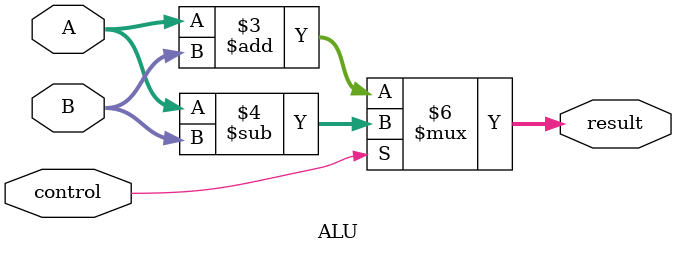
<source format=v>
module ALU( 
	input [3:0] A,B, // đầu vào bit
	input control,   // 0 cộng, 1 trừ
	output reg [4:0] result
);

always @(A,B,control) 
begin
		if( control==0)
			result=A+B; // cộng
		else 
			result=A-B;


end
endmodule
</source>
